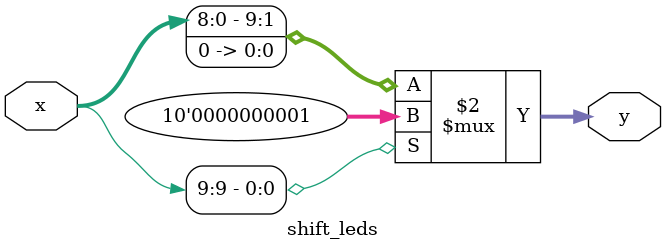
<source format=v>

module genius(
  input clock,
  input [2:0] btn,
  input reset,
  input start, 
  input [9:2] sw,
  output reg [6:0] segd0,  
  output reg [6:0] segd1,  
  output reg [6:0] segd2,  
  output reg [6:0] segd3, 
  output reg [9:0] leds    
);

reg [3:0] sequence_count;
reg [1:0] current_number;
my_sequence seq(.current_number(current_number), .sequence_count(sequence_count), .start(start));

wire [6:0] segd_0; 
dec7seg_2bits dec7_2bits(.x(segd_0), .a(current_number));

reg [3:0] current_level;
wire [6:0] segd_2;
wire [6:0] segd_3;
dec7seg_4bits_1x2 dec7_4bits_1x2(.x(segd_3), .y(segd_2), .a(current_level + 1'b1));

wire is_right_choice;
verify_btn verifier(.is_right_choice(is_right_choice), .btn(btn), .current_number(current_number));

wire was_some_btn_pressed;
recieve_btn_input btn_input(.was_some_btn_pressed(was_some_btn_pressed), .btn(btn));

wire shifted_leds;
shift_leds shift(.y(shifted_leds), .x(leds));

reg [2:0] state, next_state;
  // estados da FSM
  parameter reset_game_state = 3'o0;
  parameter show_sequence_state = 3'o1;
  parameter receive_inputs_state = 3'o2;
  parameter add_difficult_state = 3'o3;

always @(posedge clock) begin
    state <= next_state;
    segd1 <= 10'b0000000000;
    segd2 <= segd_2;      
    segd3 <= segd_3;

    case (state)
      reset_game_state: begin
        leds <= 10'b1111111111;
        segd0 <= 10'b0000000000;
        // Resetar o jogo
        if (start) begin 
          sequence_count <= 4'h0;
          current_level <= 4'h0;
          leds <= 10'b0000000001;
          next_state <= show_sequence_state;
        end
      end

      show_sequence: begin
        segd0 <= segd_0;
        if (sequence_count == current_level) begin
          leds <= 10'b0000000001;
          next_state <= receive_inputs_state;
        end
        else begin
          sequence_count <= sequence_count + 1'b1;
          leds <= shifted_leds;
        end 
      end
      
      receive_inputs: begin
        segd0 <= 10'b0000000000;
        if(was_some_btn_pressed) begin
          if(is_right_choice) begin
            //leds <= 10'b1111111111;
            leds <= shifted_leds;
            sequence_count <= sequence_count + 1'b1;
            next_state <= receive_inputs_state;
          end 
          else begin
            leds <= 10'b0000000000;
            next_state <= reset_game_state;
          end
        end   
        

      end       

      add_difficult: begin
        // Aumente a sequência
        segd0 <= 10'b0000000000;
        if (current_level < 15) begin 
            current_level <= current_level + 1'b1;
            next_state <= show_sequence_state;
        end
        else begin
            next_state <= reset_game_state;
        end
      end 

      default: begin
        leds <= 10'b0000000000;
        next_state <= reset_game_state;     
      end 
    endcase
  end
endmodule



module my_sequence (
    output reg [1:0] current_number,
    input [3:0] sequence_count,
    input start
);

parameter [1:0] zero = 2'b00;
parameter [1:0] one = 2'b01;
parameter [1:0] two = 2'b10;

reg [1:0] sequence_0;
reg [1:0] sequence_1;
reg [1:0] sequence_2;
reg [1:0] sequence_3;
reg [1:0] sequence_4;
reg [1:0] sequence_5;
reg [1:0] sequence_6;
reg [1:0] sequence_7;
reg [1:0] sequence_8;
reg [1:0] sequence_9;
reg [1:0] sequence_10;
reg [1:0] sequence_11;
reg [1:0] sequence_12;
reg [1:0] sequence_13;
reg [1:0] sequence_14;
reg [1:0] sequence_15;

always @(posedge start) begin 
    sequence_0 <= two;
    sequence_1 <= one;
    sequence_2 <= zero;
    sequence_3 <= one;
    sequence_4 <= zero;
    sequence_5 <= two;
    sequence_6 <= zero;
    sequence_7 <= two;
    sequence_8 <= zero;
    sequence_9 <= one;
    sequence_10 <= zero;
    sequence_11 <= two;
    sequence_12 <= zero;
    sequence_13 <= one;
    sequence_14 <= zero;
    sequence_15 <= one;
end

always @(*) begin
    case (sequence_count)
        4'h0: current_number <= sequence_0;
        4'h1: current_number <= sequence_1;
        4'h2: current_number <= sequence_2;
        4'h3: current_number <= sequence_3;
        4'h4: current_number <= sequence_4;
        4'h5: current_number <= sequence_5;
        4'h6: current_number <= sequence_6;
        4'h7: current_number <= sequence_7;
        4'h8: current_number <= sequence_8;
        4'h9: current_number <= sequence_9;
        4'hA: current_number <= sequence_10;
        4'hB: current_number <= sequence_11;
        4'hC: current_number <= sequence_12;
        4'hD: current_number <= sequence_13;
        4'hE: current_number <= sequence_14;
        4'hF: current_number <= sequence_15;
        default: current_number <= 2'b00; 
    endcase
end

endmodule

module dec7seg_4bits_1x2(
    output [6:0] x,
    output [6:0] y,
    input [3:0] a
); 

dec7seg_4bits d0(.x(y), .a( (a > 4'h9) ? a - 4'ha : a));
dec7seg_4bits d1(.x(x), .a((a > 4'h9) ? 4'h1 : 4'h0));

endmodule

module dec7seg_4bits(
  output [6:0] x, 
  input [3:0] a
);

  assign x =  (a == 4'h0) ? 7'b1111110 :
              (a == 4'h1) ? 7'b0110000 :
              (a == 4'h2) ? 7'b1101101 :
              (a == 4'h3) ? 7'b1111001 :
              (a == 4'h4) ? 7'b0110011 :
              (a == 4'h5) ? 7'b1011011 :
              (a == 4'h6) ? 7'b1011111 :
              (a == 4'h7) ? 7'b1110000 :
              (a == 4'h8) ? 7'b1111111 :
              (a == 4'h9) ? 7'b1111011 :
              7'b0000000; 

endmodule

module dec7seg_2bits(
    output [6:0] x, 
    input [1:0] a
);

  assign x = (a == 2'b00) ? 7'b1111110 :
             (a == 2'b01) ? 7'b0110000 :
             (a == 2'b10) ? 7'b1101101 :
             (a == 2'b11) ? 7'b0000000 :
             7'b0000000; 

endmodule

module verify_btn(
    output is_right_choice,
    input [2:0] btn,
    input [1:0] current_number
);

    assign is_right_choice =    (btn[0] && (current_number == 2'b00)) || 
                                (btn[1] && (current_number == 2'b01)) || 
                                (btn[2] && (current_number == 2'b10));

endmodule

module recieve_btn_input(
    output was_some_btn_pressed,
    input [2:0] btn
);

    assign was_some_btn_pressed = btn[0] || btn[1] || btn[2];

endmodule


module shift_leds(
    output [9:0] y,
    input [9:0] x
);

    assign y = x[9] ? 10'b0000000001 : x << 1'b1; 

endmodule

</source>
